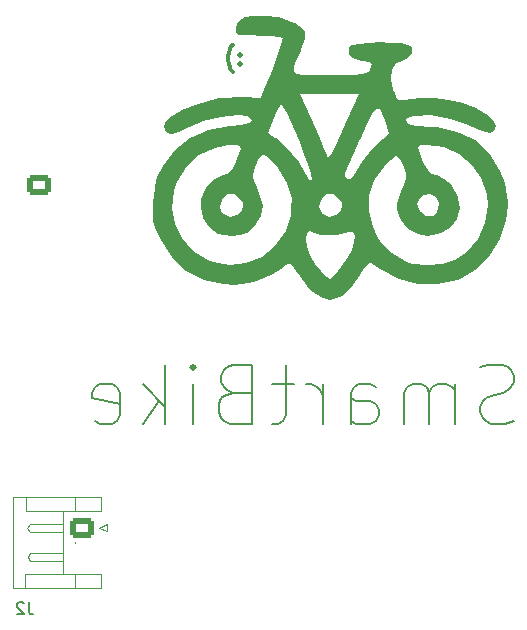
<source format=gbo>
G04 #@! TF.GenerationSoftware,KiCad,Pcbnew,6.0.7*
G04 #@! TF.CreationDate,2022-10-22T12:42:31-05:00*
G04 #@! TF.ProjectId,EsquemaGeneral,45737175-656d-4614-9765-6e6572616c2e,rev?*
G04 #@! TF.SameCoordinates,Original*
G04 #@! TF.FileFunction,Legend,Bot*
G04 #@! TF.FilePolarity,Positive*
%FSLAX46Y46*%
G04 Gerber Fmt 4.6, Leading zero omitted, Abs format (unit mm)*
G04 Created by KiCad (PCBNEW 6.0.7) date 2022-10-22 12:42:31*
%MOMM*%
%LPD*%
G01*
G04 APERTURE LIST*
G04 Aperture macros list*
%AMRoundRect*
0 Rectangle with rounded corners*
0 $1 Rounding radius*
0 $2 $3 $4 $5 $6 $7 $8 $9 X,Y pos of 4 corners*
0 Add a 4 corners polygon primitive as box body*
4,1,4,$2,$3,$4,$5,$6,$7,$8,$9,$2,$3,0*
0 Add four circle primitives for the rounded corners*
1,1,$1+$1,$2,$3*
1,1,$1+$1,$4,$5*
1,1,$1+$1,$6,$7*
1,1,$1+$1,$8,$9*
0 Add four rect primitives between the rounded corners*
20,1,$1+$1,$2,$3,$4,$5,0*
20,1,$1+$1,$4,$5,$6,$7,0*
20,1,$1+$1,$6,$7,$8,$9,0*
20,1,$1+$1,$8,$9,$2,$3,0*%
G04 Aperture macros list end*
%ADD10C,0.150000*%
%ADD11C,0.300000*%
%ADD12C,0.200000*%
%ADD13C,0.120000*%
%ADD14RoundRect,0.250000X-0.725000X0.600000X-0.725000X-0.600000X0.725000X-0.600000X0.725000X0.600000X0*%
%ADD15O,1.950000X1.700000*%
%ADD16R,1.700000X1.700000*%
%ADD17O,1.700000X1.700000*%
%ADD18C,2.200000*%
%ADD19RoundRect,0.250000X0.600000X0.725000X-0.600000X0.725000X-0.600000X-0.725000X0.600000X-0.725000X0*%
%ADD20O,1.700000X1.950000*%
%ADD21C,1.440000*%
%ADD22C,3.200000*%
%ADD23R,1.500000X1.500000*%
%ADD24C,1.500000*%
%ADD25C,1.100000*%
%ADD26O,1.900000X3.500000*%
%ADD27RoundRect,0.250000X-0.750000X0.600000X-0.750000X-0.600000X0.750000X-0.600000X0.750000X0.600000X0*%
%ADD28O,2.000000X1.700000*%
G04 APERTURE END LIST*
D10*
X79633333Y-122852380D02*
X79633333Y-123566666D01*
X79680952Y-123709523D01*
X79776190Y-123804761D01*
X79919047Y-123852380D01*
X80014285Y-123852380D01*
X79204761Y-122947619D02*
X79157142Y-122900000D01*
X79061904Y-122852380D01*
X78823809Y-122852380D01*
X78728571Y-122900000D01*
X78680952Y-122947619D01*
X78633333Y-123042857D01*
X78633333Y-123138095D01*
X78680952Y-123280952D01*
X79252380Y-123852380D01*
X78633333Y-123852380D01*
D11*
X97508000Y-77234285D02*
X97435428Y-77306857D01*
X97508000Y-77379428D01*
X97580571Y-77306857D01*
X97508000Y-77234285D01*
X97508000Y-77379428D01*
X97508000Y-76436000D02*
X97435428Y-76508571D01*
X97508000Y-76581142D01*
X97580571Y-76508571D01*
X97508000Y-76436000D01*
X97508000Y-76581142D01*
X96927428Y-77960000D02*
X96854857Y-77887428D01*
X96709714Y-77669714D01*
X96637142Y-77524571D01*
X96564571Y-77306857D01*
X96492000Y-76944000D01*
X96492000Y-76653714D01*
X96564571Y-76290857D01*
X96637142Y-76073142D01*
X96709714Y-75928000D01*
X96854857Y-75710285D01*
X96927428Y-75637714D01*
D12*
X120707142Y-107493809D02*
X119992857Y-107731904D01*
X118802380Y-107731904D01*
X118326190Y-107493809D01*
X118088095Y-107255714D01*
X117850000Y-106779523D01*
X117850000Y-106303333D01*
X118088095Y-105827142D01*
X118326190Y-105589047D01*
X118802380Y-105350952D01*
X119754761Y-105112857D01*
X120230952Y-104874761D01*
X120469047Y-104636666D01*
X120707142Y-104160476D01*
X120707142Y-103684285D01*
X120469047Y-103208095D01*
X120230952Y-102970000D01*
X119754761Y-102731904D01*
X118564285Y-102731904D01*
X117850000Y-102970000D01*
X115707142Y-107731904D02*
X115707142Y-104398571D01*
X115707142Y-104874761D02*
X115469047Y-104636666D01*
X114992857Y-104398571D01*
X114278571Y-104398571D01*
X113802380Y-104636666D01*
X113564285Y-105112857D01*
X113564285Y-107731904D01*
X113564285Y-105112857D02*
X113326190Y-104636666D01*
X112850000Y-104398571D01*
X112135714Y-104398571D01*
X111659523Y-104636666D01*
X111421428Y-105112857D01*
X111421428Y-107731904D01*
X106897619Y-107731904D02*
X106897619Y-105112857D01*
X107135714Y-104636666D01*
X107611904Y-104398571D01*
X108564285Y-104398571D01*
X109040476Y-104636666D01*
X106897619Y-107493809D02*
X107373809Y-107731904D01*
X108564285Y-107731904D01*
X109040476Y-107493809D01*
X109278571Y-107017619D01*
X109278571Y-106541428D01*
X109040476Y-106065238D01*
X108564285Y-105827142D01*
X107373809Y-105827142D01*
X106897619Y-105589047D01*
X104516666Y-107731904D02*
X104516666Y-104398571D01*
X104516666Y-105350952D02*
X104278571Y-104874761D01*
X104040476Y-104636666D01*
X103564285Y-104398571D01*
X103088095Y-104398571D01*
X102135714Y-104398571D02*
X100230952Y-104398571D01*
X101421428Y-102731904D02*
X101421428Y-107017619D01*
X101183333Y-107493809D01*
X100707142Y-107731904D01*
X100230952Y-107731904D01*
X96897619Y-105112857D02*
X96183333Y-105350952D01*
X95945238Y-105589047D01*
X95707142Y-106065238D01*
X95707142Y-106779523D01*
X95945238Y-107255714D01*
X96183333Y-107493809D01*
X96659523Y-107731904D01*
X98564285Y-107731904D01*
X98564285Y-102731904D01*
X96897619Y-102731904D01*
X96421428Y-102970000D01*
X96183333Y-103208095D01*
X95945238Y-103684285D01*
X95945238Y-104160476D01*
X96183333Y-104636666D01*
X96421428Y-104874761D01*
X96897619Y-105112857D01*
X98564285Y-105112857D01*
X93564285Y-107731904D02*
X93564285Y-104398571D01*
X93564285Y-102731904D02*
X93802380Y-102970000D01*
X93564285Y-103208095D01*
X93326190Y-102970000D01*
X93564285Y-102731904D01*
X93564285Y-103208095D01*
X91183333Y-107731904D02*
X91183333Y-102731904D01*
X90707142Y-105827142D02*
X89278571Y-107731904D01*
X89278571Y-104398571D02*
X91183333Y-106303333D01*
X85230952Y-107493809D02*
X85707142Y-107731904D01*
X86659523Y-107731904D01*
X87135714Y-107493809D01*
X87373809Y-107017619D01*
X87373809Y-105112857D01*
X87135714Y-104636666D01*
X86659523Y-104398571D01*
X85707142Y-104398571D01*
X85230952Y-104636666D01*
X84992857Y-105112857D01*
X84992857Y-105589047D01*
X87373809Y-106065238D01*
D13*
X78330000Y-121650000D02*
X85740000Y-121650000D01*
X85740000Y-121650000D02*
X85740000Y-120430000D01*
X82540000Y-116220000D02*
X79730000Y-116220000D01*
X78330000Y-113930000D02*
X78330000Y-121650000D01*
X79730000Y-116860000D02*
X82540000Y-116860000D01*
X82540000Y-116860000D02*
X82540000Y-116540000D01*
X79590000Y-119040000D02*
X79730000Y-119360000D01*
X85740000Y-120430000D02*
X83540000Y-120430000D01*
X82540000Y-118720000D02*
X79730000Y-118720000D01*
X83540000Y-120430000D02*
X83540000Y-121650000D01*
X83540000Y-115150000D02*
X85740000Y-115150000D01*
X85630000Y-116540000D02*
X86230000Y-116240000D01*
X83540000Y-117710000D02*
X83540000Y-117870000D01*
X79730000Y-118720000D02*
X79590000Y-119040000D01*
X79430000Y-115150000D02*
X83540000Y-115150000D01*
X86230000Y-116840000D02*
X85630000Y-116540000D01*
X79530000Y-116540000D02*
X79730000Y-116860000D01*
X79330000Y-120430000D02*
X83540000Y-120430000D01*
X82540000Y-116540000D02*
X82540000Y-116220000D01*
X82540000Y-115150000D02*
X82540000Y-120430000D01*
X82540000Y-119360000D02*
X82540000Y-119040000D01*
X83540000Y-115150000D02*
X83540000Y-113930000D01*
X79330000Y-121650000D02*
X79330000Y-120430000D01*
X85740000Y-113930000D02*
X78330000Y-113930000D01*
X79730000Y-116220000D02*
X79530000Y-116540000D01*
X85740000Y-115150000D02*
X85740000Y-113930000D01*
X86230000Y-116240000D02*
X86230000Y-116840000D01*
X82540000Y-119040000D02*
X82540000Y-118720000D01*
X79730000Y-119360000D02*
X82540000Y-119360000D01*
X79430000Y-113940000D02*
X79430000Y-115150000D01*
G36*
X118605165Y-84835813D02*
G01*
X119550014Y-86315536D01*
X119951082Y-87358210D01*
X120200456Y-88962276D01*
X120179298Y-89203070D01*
X120059725Y-90563935D01*
X119556717Y-92088370D01*
X118719262Y-93460762D01*
X117575188Y-94606294D01*
X116152326Y-95450147D01*
X115938007Y-95537822D01*
X114307498Y-95936357D01*
X112624534Y-95908137D01*
X110953426Y-95461179D01*
X109358481Y-94603495D01*
X109091672Y-94425912D01*
X108643994Y-94165658D01*
X108437297Y-94103721D01*
X108298085Y-94296292D01*
X107963972Y-94760290D01*
X107513936Y-95386109D01*
X107077375Y-95957695D01*
X106561225Y-96554662D01*
X106173498Y-96916913D01*
X106003275Y-97025479D01*
X105187364Y-97261319D01*
X104344694Y-97044790D01*
X103475003Y-96375772D01*
X102578025Y-95254142D01*
X102275135Y-94806892D01*
X101950790Y-94331100D01*
X101800108Y-94114508D01*
X101757482Y-94113981D01*
X101454708Y-94277916D01*
X100974205Y-94617759D01*
X100185407Y-95143963D01*
X98724048Y-95741582D01*
X97081608Y-95950270D01*
X96145374Y-95914412D01*
X94450129Y-95547768D01*
X92987608Y-94793405D01*
X91768385Y-93657728D01*
X90803033Y-92147140D01*
X90656573Y-91846134D01*
X90348784Y-91136367D01*
X90191436Y-90532286D01*
X90149336Y-89848215D01*
X90165938Y-89432786D01*
X91780154Y-89432786D01*
X92022859Y-90791034D01*
X92626830Y-92039723D01*
X93560327Y-93097846D01*
X94791607Y-93884394D01*
X95260927Y-94067084D01*
X96644128Y-94298745D01*
X98046369Y-94132643D01*
X99367270Y-93589740D01*
X100506452Y-92690996D01*
X100529058Y-92667030D01*
X100932217Y-92095026D01*
X103084058Y-92095026D01*
X103162598Y-92737615D01*
X103435354Y-93468315D01*
X103440125Y-93477730D01*
X103869340Y-94169850D01*
X104384927Y-94817768D01*
X104481403Y-94918576D01*
X104885015Y-95290824D01*
X105132627Y-95441428D01*
X105257359Y-95387164D01*
X105619113Y-95046889D01*
X106076465Y-94490236D01*
X106540676Y-93829450D01*
X106923008Y-93176775D01*
X106980914Y-93057469D01*
X107201362Y-92383998D01*
X107224236Y-91833012D01*
X107061408Y-91504907D01*
X106724749Y-91500077D01*
X106444901Y-91597190D01*
X105742531Y-91723037D01*
X104963120Y-91767191D01*
X104279978Y-91724265D01*
X103866416Y-91588877D01*
X103817753Y-91550450D01*
X103431235Y-91415991D01*
X103180137Y-91626000D01*
X103084058Y-92095026D01*
X100932217Y-92095026D01*
X101392080Y-91442569D01*
X101848635Y-90091973D01*
X101873119Y-89366747D01*
X104254794Y-89366747D01*
X104432444Y-89888123D01*
X104543436Y-90001644D01*
X105086358Y-90227088D01*
X105651506Y-90100868D01*
X105966045Y-89755421D01*
X108433048Y-89755421D01*
X108745032Y-91055830D01*
X109167005Y-91833012D01*
X109392145Y-92247672D01*
X110357238Y-93254956D01*
X111623162Y-94001688D01*
X112152135Y-94170187D01*
X113353027Y-94303116D01*
X114609008Y-94186893D01*
X115712216Y-93830234D01*
X116756950Y-93155357D01*
X117708067Y-92079593D01*
X118292031Y-90752102D01*
X118490714Y-89203070D01*
X118402276Y-88288896D01*
X117938299Y-86957956D01*
X117135533Y-85807702D01*
X116060481Y-84904242D01*
X114779643Y-84313686D01*
X113359522Y-84102143D01*
X113178562Y-84103878D01*
X112780486Y-84158161D01*
X112636753Y-84355429D01*
X112726893Y-84784853D01*
X113030433Y-85535602D01*
X113270851Y-86031073D01*
X113645035Y-86488477D01*
X114132489Y-86699351D01*
X114168264Y-86707878D01*
X114791617Y-86995928D01*
X115368021Y-87458251D01*
X115510673Y-87622109D01*
X116019445Y-88544114D01*
X116097288Y-89167443D01*
X116137747Y-89491421D01*
X115903276Y-90377989D01*
X115353728Y-91117778D01*
X114526799Y-91624747D01*
X113460184Y-91812857D01*
X112593750Y-91709740D01*
X111741770Y-91267336D01*
X111118883Y-90449638D01*
X111034534Y-90277822D01*
X110811661Y-89527551D01*
X110848372Y-89148069D01*
X112513168Y-89148069D01*
X112737646Y-89745750D01*
X112811284Y-89841841D01*
X113315909Y-90182441D01*
X113836637Y-90153705D01*
X114244011Y-89800437D01*
X114408571Y-89167443D01*
X114399306Y-89042340D01*
X114139245Y-88550614D01*
X113643014Y-88303866D01*
X113074538Y-88396792D01*
X112730976Y-88645621D01*
X112513168Y-89148069D01*
X110848372Y-89148069D01*
X110885537Y-88763892D01*
X111264906Y-87829999D01*
X111422851Y-87505460D01*
X111610350Y-86991161D01*
X111599665Y-86560591D01*
X111407398Y-86000573D01*
X111329933Y-85817314D01*
X111060208Y-85308525D01*
X110842504Y-85067918D01*
X110694939Y-85104456D01*
X110292399Y-85382716D01*
X109784056Y-85851968D01*
X109679359Y-85962721D01*
X108976227Y-86995970D01*
X108883063Y-87132874D01*
X108473342Y-88422438D01*
X108455434Y-89014866D01*
X108433048Y-89755421D01*
X105966045Y-89755421D01*
X106063145Y-89648779D01*
X106155814Y-89421333D01*
X106171776Y-89014866D01*
X105858151Y-88604501D01*
X105462652Y-88316166D01*
X104910753Y-88289051D01*
X104757818Y-88358529D01*
X104468279Y-88691009D01*
X104383877Y-88787929D01*
X104254794Y-89366747D01*
X101873119Y-89366747D01*
X101895932Y-88691009D01*
X101531178Y-87315444D01*
X100751579Y-86041047D01*
X100358321Y-85581601D01*
X99838568Y-85092798D01*
X99460208Y-84976664D01*
X99159773Y-85226216D01*
X98873798Y-85834471D01*
X98693676Y-86325794D01*
X98594216Y-86792419D01*
X98679596Y-87191635D01*
X98959079Y-87729265D01*
X99174141Y-88158323D01*
X99392569Y-89014866D01*
X99444488Y-89218461D01*
X99276745Y-90174773D01*
X98669642Y-91041785D01*
X98630395Y-91080852D01*
X98079136Y-91551278D01*
X97546357Y-91761745D01*
X96798660Y-91807814D01*
X96784134Y-91807725D01*
X95676933Y-91628306D01*
X94875694Y-91115341D01*
X94388803Y-90277570D01*
X94259216Y-89366747D01*
X95863722Y-89366747D01*
X96041372Y-89888123D01*
X96152365Y-90001644D01*
X96695287Y-90227088D01*
X97260434Y-90100868D01*
X97672073Y-89648779D01*
X97764742Y-89421333D01*
X97780705Y-89014866D01*
X97467080Y-88604501D01*
X97071581Y-88316166D01*
X96519681Y-88289051D01*
X96366746Y-88358529D01*
X95992805Y-88787929D01*
X95863722Y-89366747D01*
X94259216Y-89366747D01*
X94224642Y-89123738D01*
X94261420Y-88714971D01*
X94607487Y-87812491D01*
X95239950Y-87100245D01*
X96062483Y-86705005D01*
X96443256Y-86572738D01*
X96834998Y-86214197D01*
X97190281Y-85535602D01*
X97378893Y-85086663D01*
X97576003Y-84494967D01*
X97522331Y-84196725D01*
X97179219Y-84114642D01*
X96508010Y-84171424D01*
X95438742Y-84382719D01*
X94088843Y-84987042D01*
X93015404Y-85948051D01*
X92202628Y-87277143D01*
X91930459Y-88045986D01*
X91780154Y-89432786D01*
X90165938Y-89432786D01*
X90187291Y-88898475D01*
X90204243Y-88632980D01*
X90322233Y-87602206D01*
X90534106Y-86815393D01*
X90882454Y-86101158D01*
X90969991Y-85954557D01*
X92050773Y-84530720D01*
X93332954Y-83505229D01*
X94324534Y-83081607D01*
X99925139Y-83081607D01*
X100528473Y-83535178D01*
X100591909Y-83583767D01*
X101185872Y-84088592D01*
X101777567Y-84654806D01*
X101967798Y-84868510D01*
X102495278Y-85585128D01*
X102954062Y-86355699D01*
X103279258Y-86931769D01*
X103494929Y-87145070D01*
X103632877Y-87016088D01*
X103637857Y-86995970D01*
X103578644Y-86639239D01*
X103575811Y-86630165D01*
X106417657Y-86630165D01*
X106430066Y-86771650D01*
X106697857Y-86984979D01*
X106808713Y-86976369D01*
X107168724Y-86676337D01*
X107588244Y-86018725D01*
X107844434Y-85598882D01*
X108469058Y-84788582D01*
X109154363Y-84083278D01*
X110170273Y-83189038D01*
X109868085Y-82273400D01*
X109710049Y-81806977D01*
X109484898Y-81260107D01*
X109272047Y-81015114D01*
X109032818Y-81094793D01*
X108728531Y-81521940D01*
X108320507Y-82319347D01*
X107770067Y-83509811D01*
X107637955Y-83800935D01*
X107176305Y-84831040D01*
X106794667Y-85702177D01*
X106529599Y-86330000D01*
X106417657Y-86630165D01*
X103575811Y-86630165D01*
X103374651Y-85985813D01*
X103063189Y-85126120D01*
X102681570Y-84150589D01*
X102267105Y-83149648D01*
X101857103Y-82213726D01*
X101488878Y-81433251D01*
X101199738Y-80898652D01*
X101026996Y-80700357D01*
X100914556Y-80810586D01*
X100675358Y-81243018D01*
X100393655Y-81890982D01*
X99925139Y-83081607D01*
X94324534Y-83081607D01*
X94852176Y-82856188D01*
X96644083Y-82561700D01*
X97617231Y-82464454D01*
X98286078Y-82299966D01*
X98507065Y-82077358D01*
X98279144Y-81797120D01*
X98119312Y-81718235D01*
X97446380Y-81613680D01*
X96521022Y-81655528D01*
X95465972Y-81826281D01*
X94403964Y-82108440D01*
X93457734Y-82484507D01*
X93198593Y-82610618D01*
X92318953Y-82999249D01*
X91738106Y-83161902D01*
X91386459Y-83109963D01*
X91194417Y-82854821D01*
X91125697Y-82517062D01*
X91275651Y-82114185D01*
X91747564Y-81696637D01*
X92595706Y-81200342D01*
X93686418Y-80708295D01*
X95716723Y-80176160D01*
X97867733Y-80065655D01*
X99291503Y-80133393D01*
X99428459Y-79793214D01*
X102621433Y-79793214D01*
X103202361Y-81097232D01*
X103459989Y-81680755D01*
X103930431Y-82762976D01*
X104357264Y-83761964D01*
X104646580Y-84433472D01*
X104891596Y-84973294D01*
X105017829Y-85214203D01*
X105067712Y-85176971D01*
X105280460Y-84818722D01*
X105626193Y-84137201D01*
X106075746Y-83192813D01*
X106599959Y-82045962D01*
X107169667Y-80757053D01*
X107588881Y-79793214D01*
X102621433Y-79793214D01*
X99428459Y-79793214D01*
X100283937Y-77668335D01*
X100648927Y-76724442D01*
X100938613Y-75898197D01*
X101109584Y-75314180D01*
X101133212Y-75060299D01*
X101125669Y-75054193D01*
X100812692Y-74979890D01*
X100183404Y-74918691D01*
X99364936Y-74883318D01*
X99321291Y-74882399D01*
X98481664Y-74862396D01*
X97812910Y-74842404D01*
X97456339Y-74826622D01*
X97450664Y-74826116D01*
X97209113Y-74627385D01*
X97179122Y-74214467D01*
X97336346Y-73757633D01*
X97656440Y-73427152D01*
X97870400Y-73335453D01*
X98706981Y-73178395D01*
X99738548Y-73174421D01*
X100795583Y-73316416D01*
X101708571Y-73597261D01*
X102204624Y-73826333D01*
X102813419Y-74198508D01*
X103069572Y-74606175D01*
X103022807Y-75167068D01*
X102722845Y-75998925D01*
X102651072Y-76173712D01*
X102305565Y-76999096D01*
X102106031Y-77566591D01*
X102103589Y-77923912D01*
X102349356Y-78118771D01*
X102894450Y-78198881D01*
X103789991Y-78211958D01*
X105087095Y-78205714D01*
X106241155Y-78202016D01*
X107167783Y-78183379D01*
X107782594Y-78140167D01*
X108160391Y-78062777D01*
X108375979Y-77941607D01*
X108504163Y-77767052D01*
X108614215Y-77554948D01*
X108702131Y-77242666D01*
X108494009Y-77099826D01*
X107911450Y-77028779D01*
X107833325Y-77020931D01*
X107134849Y-76804789D01*
X106758623Y-76394555D01*
X106768040Y-75855289D01*
X107001978Y-75690036D01*
X107591754Y-75553253D01*
X108416750Y-75469934D01*
X109362695Y-75440078D01*
X110315317Y-75463686D01*
X111160345Y-75540757D01*
X111783507Y-75671291D01*
X112070531Y-75855289D01*
X112093062Y-76330727D01*
X111779946Y-76788494D01*
X111199699Y-77025743D01*
X110720555Y-77219766D01*
X110368616Y-77747301D01*
X110287854Y-78519942D01*
X110501280Y-79457573D01*
X110609876Y-79742287D01*
X110635246Y-79793214D01*
X110837806Y-80199824D01*
X111082524Y-80353936D01*
X111449880Y-80298452D01*
X111469627Y-80293225D01*
X112001881Y-80218580D01*
X112810362Y-80172138D01*
X113728214Y-80163764D01*
X113917818Y-80168769D01*
X115187456Y-80303427D01*
X116406824Y-80589024D01*
X117495394Y-80990431D01*
X118372642Y-81472519D01*
X118958043Y-82000159D01*
X119171071Y-82538220D01*
X119057553Y-82947905D01*
X118676658Y-83096098D01*
X118000927Y-82955169D01*
X117003176Y-82524952D01*
X116909059Y-82479306D01*
X115322602Y-81895179D01*
X113730986Y-81628355D01*
X112271426Y-81702681D01*
X111911584Y-81784184D01*
X111609312Y-81949027D01*
X111640493Y-82196444D01*
X111676439Y-82247557D01*
X111992289Y-82422994D01*
X112620077Y-82533452D01*
X113629862Y-82592895D01*
X114215591Y-82629651D01*
X115937390Y-82992516D01*
X116328395Y-83189038D01*
X117400769Y-83728021D01*
X118605165Y-84835813D01*
G37*
%LPC*%
D14*
X80530000Y-87550000D03*
D15*
X80530000Y-90050000D03*
X80530000Y-92550000D03*
X80530000Y-95050000D03*
D16*
X137520000Y-77360000D03*
D17*
X137520000Y-79900000D03*
D18*
X81850000Y-45130000D03*
D16*
X171450000Y-83820000D03*
D17*
X171450000Y-86360000D03*
X171450000Y-88900000D03*
D19*
X172940000Y-134370000D03*
D20*
X170440000Y-134370000D03*
X167940000Y-134370000D03*
X165440000Y-134370000D03*
X162940000Y-134370000D03*
X160440000Y-134370000D03*
X157940000Y-134370000D03*
X155440000Y-134370000D03*
D21*
X135565000Y-104110000D03*
X133025000Y-106650000D03*
X135565000Y-109190000D03*
D18*
X81540000Y-136830000D03*
D22*
X100920000Y-46490000D03*
X89490000Y-46490000D03*
D23*
X99650000Y-52840000D03*
D24*
X98380000Y-55380000D03*
X97110000Y-52840000D03*
X95840000Y-55380000D03*
X94570000Y-52840000D03*
X93300000Y-55380000D03*
X92030000Y-52840000D03*
X90760000Y-55380000D03*
D22*
X131687500Y-136680000D03*
X143117500Y-136680000D03*
D23*
X132957500Y-130330000D03*
D24*
X134227500Y-127790000D03*
X135497500Y-130330000D03*
X136767500Y-127790000D03*
X138037500Y-130330000D03*
X139307500Y-127790000D03*
X140577500Y-130330000D03*
X141847500Y-127790000D03*
D16*
X174480000Y-95350000D03*
D17*
X171940000Y-95350000D03*
X169400000Y-95350000D03*
X166860000Y-95350000D03*
X164320000Y-95350000D03*
X161780000Y-95350000D03*
D16*
X171889200Y-117642000D03*
D17*
X169349200Y-117642000D03*
X166809200Y-117642000D03*
X164269200Y-117642000D03*
X161729200Y-117642000D03*
X159189200Y-117642000D03*
D24*
X136275000Y-97630000D03*
X139675000Y-97630000D03*
D18*
X168690000Y-111920000D03*
D16*
X131150000Y-85730000D03*
D17*
X133690000Y-85730000D03*
D18*
X166700000Y-87130000D03*
D25*
X118510000Y-50390000D03*
X123110000Y-50390000D03*
D26*
X115110000Y-50390000D03*
X126510000Y-50390000D03*
D27*
X84130000Y-116540000D03*
D28*
X84130000Y-119040000D03*
M02*

</source>
